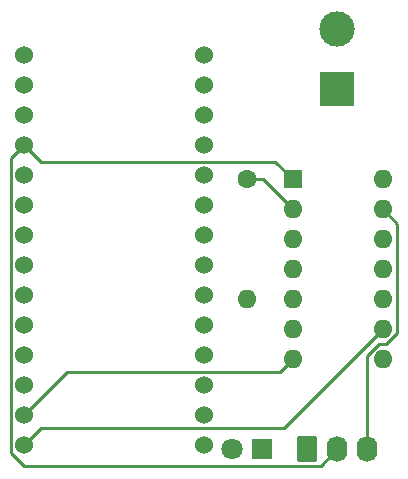
<source format=gtl>
%TF.GenerationSoftware,KiCad,Pcbnew,(6.0.4)*%
%TF.CreationDate,2022-04-18T10:48:46-05:00*%
%TF.ProjectId,broken-heart,62726f6b-656e-42d6-9865-6172742e6b69,rev?*%
%TF.SameCoordinates,Original*%
%TF.FileFunction,Copper,L1,Top*%
%TF.FilePolarity,Positive*%
%FSLAX46Y46*%
G04 Gerber Fmt 4.6, Leading zero omitted, Abs format (unit mm)*
G04 Created by KiCad (PCBNEW (6.0.4)) date 2022-04-18 10:48:46*
%MOMM*%
%LPD*%
G01*
G04 APERTURE LIST*
G04 Aperture macros list*
%AMRoundRect*
0 Rectangle with rounded corners*
0 $1 Rounding radius*
0 $2 $3 $4 $5 $6 $7 $8 $9 X,Y pos of 4 corners*
0 Add a 4 corners polygon primitive as box body*
4,1,4,$2,$3,$4,$5,$6,$7,$8,$9,$2,$3,0*
0 Add four circle primitives for the rounded corners*
1,1,$1+$1,$2,$3*
1,1,$1+$1,$4,$5*
1,1,$1+$1,$6,$7*
1,1,$1+$1,$8,$9*
0 Add four rect primitives between the rounded corners*
20,1,$1+$1,$2,$3,$4,$5,0*
20,1,$1+$1,$4,$5,$6,$7,0*
20,1,$1+$1,$6,$7,$8,$9,0*
20,1,$1+$1,$8,$9,$2,$3,0*%
G04 Aperture macros list end*
%TA.AperFunction,ComponentPad*%
%ADD10C,1.600000*%
%TD*%
%TA.AperFunction,ComponentPad*%
%ADD11O,1.600000X1.600000*%
%TD*%
%TA.AperFunction,ComponentPad*%
%ADD12RoundRect,0.250000X-0.620000X-0.845000X0.620000X-0.845000X0.620000X0.845000X-0.620000X0.845000X0*%
%TD*%
%TA.AperFunction,ComponentPad*%
%ADD13O,1.740000X2.190000*%
%TD*%
%TA.AperFunction,ComponentPad*%
%ADD14C,1.524000*%
%TD*%
%TA.AperFunction,ComponentPad*%
%ADD15R,1.600000X1.600000*%
%TD*%
%TA.AperFunction,ComponentPad*%
%ADD16R,1.800000X1.800000*%
%TD*%
%TA.AperFunction,ComponentPad*%
%ADD17C,1.800000*%
%TD*%
%TA.AperFunction,ComponentPad*%
%ADD18R,3.000000X3.000000*%
%TD*%
%TA.AperFunction,ComponentPad*%
%ADD19C,3.000000*%
%TD*%
%TA.AperFunction,Conductor*%
%ADD20C,0.250000*%
%TD*%
G04 APERTURE END LIST*
D10*
X132080000Y-86360000D03*
D11*
X132080000Y-96520000D03*
D12*
X137160000Y-109220000D03*
D13*
X139700000Y-109220000D03*
X142240000Y-109220000D03*
D14*
X113165000Y-75835000D03*
X113165000Y-78375000D03*
X113165000Y-80915000D03*
X113165000Y-83455000D03*
X113165000Y-85995000D03*
X113165000Y-88535000D03*
X113165000Y-91075000D03*
X113165000Y-93615000D03*
X113165000Y-96155000D03*
X113165000Y-98695000D03*
X113165000Y-101235000D03*
X113165000Y-103775000D03*
X113165000Y-106315000D03*
X113165000Y-108855000D03*
X128405000Y-108855000D03*
X128405000Y-106315000D03*
X128405000Y-103775000D03*
X128405000Y-101235000D03*
X128405000Y-98695000D03*
X128405000Y-96155000D03*
X128405000Y-93615000D03*
X128405000Y-91075000D03*
X128405000Y-88535000D03*
X128405000Y-85995000D03*
X128405000Y-83455000D03*
X128405000Y-80915000D03*
X128405000Y-78375000D03*
X128405000Y-75835000D03*
D15*
X135900000Y-86355000D03*
D11*
X135900000Y-88895000D03*
X135900000Y-91435000D03*
X135900000Y-93975000D03*
X135900000Y-96515000D03*
X135900000Y-99055000D03*
X135900000Y-101595000D03*
X143520000Y-101595000D03*
X143520000Y-99055000D03*
X143520000Y-96515000D03*
X143520000Y-93975000D03*
X143520000Y-91435000D03*
X143520000Y-88895000D03*
X143520000Y-86355000D03*
D16*
X133350000Y-109220000D03*
D17*
X130810000Y-109220000D03*
D18*
X139700000Y-78740000D03*
D19*
X139700000Y-73660000D03*
D20*
X135900000Y-86355000D02*
X134453489Y-84908489D01*
X113165000Y-83455000D02*
X112078489Y-84541511D01*
X112078489Y-109538489D02*
X113179520Y-110639520D01*
X138280480Y-110639520D02*
X139700000Y-109220000D01*
X112078489Y-84541511D02*
X112078489Y-109538489D01*
X113179520Y-110639520D02*
X138280480Y-110639520D01*
X134453489Y-84908489D02*
X114618489Y-84908489D01*
X114618489Y-84908489D02*
X113165000Y-83455000D01*
X142240000Y-101284700D02*
X143194700Y-100330000D01*
X142240000Y-109220000D02*
X142240000Y-101284700D01*
X144780000Y-90155000D02*
X143520000Y-88895000D01*
X144780000Y-99385300D02*
X144780000Y-90155000D01*
X143835300Y-100330000D02*
X144780000Y-99385300D01*
X143194700Y-100330000D02*
X143835300Y-100330000D01*
X132080000Y-86360000D02*
X133365000Y-86360000D01*
X133365000Y-86360000D02*
X135900000Y-88895000D01*
X116791511Y-102688489D02*
X134806511Y-102688489D01*
X113165000Y-106315000D02*
X116791511Y-102688489D01*
X134806511Y-102688489D02*
X135900000Y-101595000D01*
X113165000Y-108855000D02*
X114618489Y-107401511D01*
X114618489Y-107401511D02*
X135173489Y-107401511D01*
X135173489Y-107401511D02*
X143520000Y-99055000D01*
M02*

</source>
